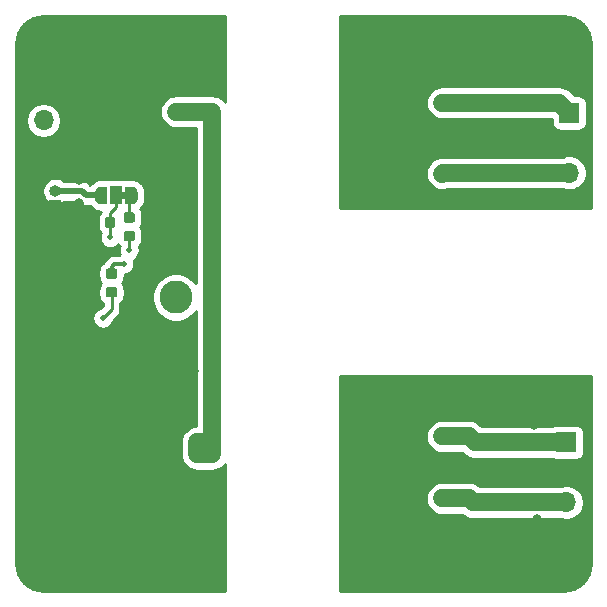
<source format=gbr>
G04 #@! TF.GenerationSoftware,KiCad,Pcbnew,5.1.5+dfsg1-2build2*
G04 #@! TF.CreationDate,2021-07-02T23:51:08+02:00*
G04 #@! TF.ProjectId,flyback_DCM,666c7962-6163-46b5-9f44-434d2e6b6963,rev?*
G04 #@! TF.SameCoordinates,Original*
G04 #@! TF.FileFunction,Copper,L4,Bot*
G04 #@! TF.FilePolarity,Positive*
%FSLAX46Y46*%
G04 Gerber Fmt 4.6, Leading zero omitted, Abs format (unit mm)*
G04 Created by KiCad (PCBNEW 5.1.5+dfsg1-2build2) date 2021-07-02 23:51:08*
%MOMM*%
%LPD*%
G04 APERTURE LIST*
%ADD10C,0.100000*%
%ADD11O,1.000000X1.000000*%
%ADD12R,1.000000X1.000000*%
%ADD13O,1.700000X1.700000*%
%ADD14R,1.700000X1.700000*%
%ADD15C,0.499999*%
%ADD16C,0.700000*%
%ADD17C,4.400000*%
%ADD18R,1.000000X1.500000*%
%ADD19C,2.800000*%
%ADD20C,0.800000*%
%ADD21C,0.500000*%
%ADD22C,0.250000*%
%ADD23C,1.500000*%
%ADD24C,0.500000*%
%ADD25C,0.300000*%
%ADD26C,0.254000*%
G04 APERTURE END LIST*
D10*
G36*
X130058000Y-95548000D02*
G01*
X129558000Y-95548000D01*
X129558000Y-96148000D01*
X130058000Y-96148000D01*
X130058000Y-95548000D01*
G37*
D11*
X124000000Y-95480000D03*
D12*
X124000000Y-96750000D03*
D13*
X123000000Y-89500000D03*
D14*
X123000000Y-92040000D03*
D15*
X127000000Y-100000000D03*
X127000000Y-102500000D03*
X126259999Y-101250000D03*
X127740001Y-101250000D03*
G04 #@! TA.AperFunction,SMDPad,CuDef*
D10*
G36*
X129027691Y-102026053D02*
G01*
X129048926Y-102029203D01*
X129069750Y-102034419D01*
X129089962Y-102041651D01*
X129109368Y-102050830D01*
X129127781Y-102061866D01*
X129145024Y-102074654D01*
X129160930Y-102089070D01*
X129175346Y-102104976D01*
X129188134Y-102122219D01*
X129199170Y-102140632D01*
X129208349Y-102160038D01*
X129215581Y-102180250D01*
X129220797Y-102201074D01*
X129223947Y-102222309D01*
X129225000Y-102243750D01*
X129225000Y-102681250D01*
X129223947Y-102702691D01*
X129220797Y-102723926D01*
X129215581Y-102744750D01*
X129208349Y-102764962D01*
X129199170Y-102784368D01*
X129188134Y-102802781D01*
X129175346Y-102820024D01*
X129160930Y-102835930D01*
X129145024Y-102850346D01*
X129127781Y-102863134D01*
X129109368Y-102874170D01*
X129089962Y-102883349D01*
X129069750Y-102890581D01*
X129048926Y-102895797D01*
X129027691Y-102898947D01*
X129006250Y-102900000D01*
X128493750Y-102900000D01*
X128472309Y-102898947D01*
X128451074Y-102895797D01*
X128430250Y-102890581D01*
X128410038Y-102883349D01*
X128390632Y-102874170D01*
X128372219Y-102863134D01*
X128354976Y-102850346D01*
X128339070Y-102835930D01*
X128324654Y-102820024D01*
X128311866Y-102802781D01*
X128300830Y-102784368D01*
X128291651Y-102764962D01*
X128284419Y-102744750D01*
X128279203Y-102723926D01*
X128276053Y-102702691D01*
X128275000Y-102681250D01*
X128275000Y-102243750D01*
X128276053Y-102222309D01*
X128279203Y-102201074D01*
X128284419Y-102180250D01*
X128291651Y-102160038D01*
X128300830Y-102140632D01*
X128311866Y-102122219D01*
X128324654Y-102104976D01*
X128339070Y-102089070D01*
X128354976Y-102074654D01*
X128372219Y-102061866D01*
X128390632Y-102050830D01*
X128410038Y-102041651D01*
X128430250Y-102034419D01*
X128451074Y-102029203D01*
X128472309Y-102026053D01*
X128493750Y-102025000D01*
X129006250Y-102025000D01*
X129027691Y-102026053D01*
G37*
G04 #@! TD.AperFunction*
G04 #@! TA.AperFunction,SMDPad,CuDef*
G36*
X129027691Y-103601053D02*
G01*
X129048926Y-103604203D01*
X129069750Y-103609419D01*
X129089962Y-103616651D01*
X129109368Y-103625830D01*
X129127781Y-103636866D01*
X129145024Y-103649654D01*
X129160930Y-103664070D01*
X129175346Y-103679976D01*
X129188134Y-103697219D01*
X129199170Y-103715632D01*
X129208349Y-103735038D01*
X129215581Y-103755250D01*
X129220797Y-103776074D01*
X129223947Y-103797309D01*
X129225000Y-103818750D01*
X129225000Y-104256250D01*
X129223947Y-104277691D01*
X129220797Y-104298926D01*
X129215581Y-104319750D01*
X129208349Y-104339962D01*
X129199170Y-104359368D01*
X129188134Y-104377781D01*
X129175346Y-104395024D01*
X129160930Y-104410930D01*
X129145024Y-104425346D01*
X129127781Y-104438134D01*
X129109368Y-104449170D01*
X129089962Y-104458349D01*
X129069750Y-104465581D01*
X129048926Y-104470797D01*
X129027691Y-104473947D01*
X129006250Y-104475000D01*
X128493750Y-104475000D01*
X128472309Y-104473947D01*
X128451074Y-104470797D01*
X128430250Y-104465581D01*
X128410038Y-104458349D01*
X128390632Y-104449170D01*
X128372219Y-104438134D01*
X128354976Y-104425346D01*
X128339070Y-104410930D01*
X128324654Y-104395024D01*
X128311866Y-104377781D01*
X128300830Y-104359368D01*
X128291651Y-104339962D01*
X128284419Y-104319750D01*
X128279203Y-104298926D01*
X128276053Y-104277691D01*
X128275000Y-104256250D01*
X128275000Y-103818750D01*
X128276053Y-103797309D01*
X128279203Y-103776074D01*
X128284419Y-103755250D01*
X128291651Y-103735038D01*
X128300830Y-103715632D01*
X128311866Y-103697219D01*
X128324654Y-103679976D01*
X128339070Y-103664070D01*
X128354976Y-103649654D01*
X128372219Y-103636866D01*
X128390632Y-103625830D01*
X128410038Y-103616651D01*
X128430250Y-103609419D01*
X128451074Y-103604203D01*
X128472309Y-103601053D01*
X128493750Y-103600000D01*
X129006250Y-103600000D01*
X129027691Y-103601053D01*
G37*
G04 #@! TD.AperFunction*
G04 #@! TA.AperFunction,SMDPad,CuDef*
G36*
X127310691Y-97660053D02*
G01*
X127331926Y-97663203D01*
X127352750Y-97668419D01*
X127372962Y-97675651D01*
X127392368Y-97684830D01*
X127410781Y-97695866D01*
X127428024Y-97708654D01*
X127443930Y-97723070D01*
X127458346Y-97738976D01*
X127471134Y-97756219D01*
X127482170Y-97774632D01*
X127491349Y-97794038D01*
X127498581Y-97814250D01*
X127503797Y-97835074D01*
X127506947Y-97856309D01*
X127508000Y-97877750D01*
X127508000Y-98390250D01*
X127506947Y-98411691D01*
X127503797Y-98432926D01*
X127498581Y-98453750D01*
X127491349Y-98473962D01*
X127482170Y-98493368D01*
X127471134Y-98511781D01*
X127458346Y-98529024D01*
X127443930Y-98544930D01*
X127428024Y-98559346D01*
X127410781Y-98572134D01*
X127392368Y-98583170D01*
X127372962Y-98592349D01*
X127352750Y-98599581D01*
X127331926Y-98604797D01*
X127310691Y-98607947D01*
X127289250Y-98609000D01*
X126851750Y-98609000D01*
X126830309Y-98607947D01*
X126809074Y-98604797D01*
X126788250Y-98599581D01*
X126768038Y-98592349D01*
X126748632Y-98583170D01*
X126730219Y-98572134D01*
X126712976Y-98559346D01*
X126697070Y-98544930D01*
X126682654Y-98529024D01*
X126669866Y-98511781D01*
X126658830Y-98493368D01*
X126649651Y-98473962D01*
X126642419Y-98453750D01*
X126637203Y-98432926D01*
X126634053Y-98411691D01*
X126633000Y-98390250D01*
X126633000Y-97877750D01*
X126634053Y-97856309D01*
X126637203Y-97835074D01*
X126642419Y-97814250D01*
X126649651Y-97794038D01*
X126658830Y-97774632D01*
X126669866Y-97756219D01*
X126682654Y-97738976D01*
X126697070Y-97723070D01*
X126712976Y-97708654D01*
X126730219Y-97695866D01*
X126748632Y-97684830D01*
X126768038Y-97675651D01*
X126788250Y-97668419D01*
X126809074Y-97663203D01*
X126830309Y-97660053D01*
X126851750Y-97659000D01*
X127289250Y-97659000D01*
X127310691Y-97660053D01*
G37*
G04 #@! TD.AperFunction*
G04 #@! TA.AperFunction,SMDPad,CuDef*
G36*
X128885691Y-97660053D02*
G01*
X128906926Y-97663203D01*
X128927750Y-97668419D01*
X128947962Y-97675651D01*
X128967368Y-97684830D01*
X128985781Y-97695866D01*
X129003024Y-97708654D01*
X129018930Y-97723070D01*
X129033346Y-97738976D01*
X129046134Y-97756219D01*
X129057170Y-97774632D01*
X129066349Y-97794038D01*
X129073581Y-97814250D01*
X129078797Y-97835074D01*
X129081947Y-97856309D01*
X129083000Y-97877750D01*
X129083000Y-98390250D01*
X129081947Y-98411691D01*
X129078797Y-98432926D01*
X129073581Y-98453750D01*
X129066349Y-98473962D01*
X129057170Y-98493368D01*
X129046134Y-98511781D01*
X129033346Y-98529024D01*
X129018930Y-98544930D01*
X129003024Y-98559346D01*
X128985781Y-98572134D01*
X128967368Y-98583170D01*
X128947962Y-98592349D01*
X128927750Y-98599581D01*
X128906926Y-98604797D01*
X128885691Y-98607947D01*
X128864250Y-98609000D01*
X128426750Y-98609000D01*
X128405309Y-98607947D01*
X128384074Y-98604797D01*
X128363250Y-98599581D01*
X128343038Y-98592349D01*
X128323632Y-98583170D01*
X128305219Y-98572134D01*
X128287976Y-98559346D01*
X128272070Y-98544930D01*
X128257654Y-98529024D01*
X128244866Y-98511781D01*
X128233830Y-98493368D01*
X128224651Y-98473962D01*
X128217419Y-98453750D01*
X128212203Y-98432926D01*
X128209053Y-98411691D01*
X128208000Y-98390250D01*
X128208000Y-97877750D01*
X128209053Y-97856309D01*
X128212203Y-97835074D01*
X128217419Y-97814250D01*
X128224651Y-97794038D01*
X128233830Y-97774632D01*
X128244866Y-97756219D01*
X128257654Y-97738976D01*
X128272070Y-97723070D01*
X128287976Y-97708654D01*
X128305219Y-97695866D01*
X128323632Y-97684830D01*
X128343038Y-97675651D01*
X128363250Y-97668419D01*
X128384074Y-97663203D01*
X128405309Y-97660053D01*
X128426750Y-97659000D01*
X128864250Y-97659000D01*
X128885691Y-97660053D01*
G37*
G04 #@! TD.AperFunction*
G04 #@! TA.AperFunction,SMDPad,CuDef*
G36*
X130527691Y-97276053D02*
G01*
X130548926Y-97279203D01*
X130569750Y-97284419D01*
X130589962Y-97291651D01*
X130609368Y-97300830D01*
X130627781Y-97311866D01*
X130645024Y-97324654D01*
X130660930Y-97339070D01*
X130675346Y-97354976D01*
X130688134Y-97372219D01*
X130699170Y-97390632D01*
X130708349Y-97410038D01*
X130715581Y-97430250D01*
X130720797Y-97451074D01*
X130723947Y-97472309D01*
X130725000Y-97493750D01*
X130725000Y-97931250D01*
X130723947Y-97952691D01*
X130720797Y-97973926D01*
X130715581Y-97994750D01*
X130708349Y-98014962D01*
X130699170Y-98034368D01*
X130688134Y-98052781D01*
X130675346Y-98070024D01*
X130660930Y-98085930D01*
X130645024Y-98100346D01*
X130627781Y-98113134D01*
X130609368Y-98124170D01*
X130589962Y-98133349D01*
X130569750Y-98140581D01*
X130548926Y-98145797D01*
X130527691Y-98148947D01*
X130506250Y-98150000D01*
X129993750Y-98150000D01*
X129972309Y-98148947D01*
X129951074Y-98145797D01*
X129930250Y-98140581D01*
X129910038Y-98133349D01*
X129890632Y-98124170D01*
X129872219Y-98113134D01*
X129854976Y-98100346D01*
X129839070Y-98085930D01*
X129824654Y-98070024D01*
X129811866Y-98052781D01*
X129800830Y-98034368D01*
X129791651Y-98014962D01*
X129784419Y-97994750D01*
X129779203Y-97973926D01*
X129776053Y-97952691D01*
X129775000Y-97931250D01*
X129775000Y-97493750D01*
X129776053Y-97472309D01*
X129779203Y-97451074D01*
X129784419Y-97430250D01*
X129791651Y-97410038D01*
X129800830Y-97390632D01*
X129811866Y-97372219D01*
X129824654Y-97354976D01*
X129839070Y-97339070D01*
X129854976Y-97324654D01*
X129872219Y-97311866D01*
X129890632Y-97300830D01*
X129910038Y-97291651D01*
X129930250Y-97284419D01*
X129951074Y-97279203D01*
X129972309Y-97276053D01*
X129993750Y-97275000D01*
X130506250Y-97275000D01*
X130527691Y-97276053D01*
G37*
G04 #@! TD.AperFunction*
G04 #@! TA.AperFunction,SMDPad,CuDef*
G36*
X130527691Y-98851053D02*
G01*
X130548926Y-98854203D01*
X130569750Y-98859419D01*
X130589962Y-98866651D01*
X130609368Y-98875830D01*
X130627781Y-98886866D01*
X130645024Y-98899654D01*
X130660930Y-98914070D01*
X130675346Y-98929976D01*
X130688134Y-98947219D01*
X130699170Y-98965632D01*
X130708349Y-98985038D01*
X130715581Y-99005250D01*
X130720797Y-99026074D01*
X130723947Y-99047309D01*
X130725000Y-99068750D01*
X130725000Y-99506250D01*
X130723947Y-99527691D01*
X130720797Y-99548926D01*
X130715581Y-99569750D01*
X130708349Y-99589962D01*
X130699170Y-99609368D01*
X130688134Y-99627781D01*
X130675346Y-99645024D01*
X130660930Y-99660930D01*
X130645024Y-99675346D01*
X130627781Y-99688134D01*
X130609368Y-99699170D01*
X130589962Y-99708349D01*
X130569750Y-99715581D01*
X130548926Y-99720797D01*
X130527691Y-99723947D01*
X130506250Y-99725000D01*
X129993750Y-99725000D01*
X129972309Y-99723947D01*
X129951074Y-99720797D01*
X129930250Y-99715581D01*
X129910038Y-99708349D01*
X129890632Y-99699170D01*
X129872219Y-99688134D01*
X129854976Y-99675346D01*
X129839070Y-99660930D01*
X129824654Y-99645024D01*
X129811866Y-99627781D01*
X129800830Y-99609368D01*
X129791651Y-99589962D01*
X129784419Y-99569750D01*
X129779203Y-99548926D01*
X129776053Y-99527691D01*
X129775000Y-99506250D01*
X129775000Y-99068750D01*
X129776053Y-99047309D01*
X129779203Y-99026074D01*
X129784419Y-99005250D01*
X129791651Y-98985038D01*
X129800830Y-98965632D01*
X129811866Y-98947219D01*
X129824654Y-98929976D01*
X129839070Y-98914070D01*
X129854976Y-98899654D01*
X129872219Y-98886866D01*
X129890632Y-98875830D01*
X129910038Y-98866651D01*
X129930250Y-98859419D01*
X129951074Y-98854203D01*
X129972309Y-98851053D01*
X129993750Y-98850000D01*
X130506250Y-98850000D01*
X130527691Y-98851053D01*
G37*
G04 #@! TD.AperFunction*
D16*
X124166726Y-81833274D03*
X123000000Y-81350000D03*
X121833274Y-81833274D03*
X121350000Y-83000000D03*
X121833274Y-84166726D03*
X123000000Y-84650000D03*
X124166726Y-84166726D03*
X124650000Y-83000000D03*
D17*
X123000000Y-83000000D03*
D16*
X168166726Y-81833274D03*
X167000000Y-81350000D03*
X165833274Y-81833274D03*
X165350000Y-83000000D03*
X165833274Y-84166726D03*
X167000000Y-84650000D03*
X168166726Y-84166726D03*
X168650000Y-83000000D03*
D17*
X167000000Y-83000000D03*
D16*
X124166726Y-125833274D03*
X123000000Y-125350000D03*
X121833274Y-125833274D03*
X121350000Y-127000000D03*
X121833274Y-128166726D03*
X123000000Y-128650000D03*
X124166726Y-128166726D03*
X124650000Y-127000000D03*
D17*
X123000000Y-127000000D03*
D16*
X168166726Y-125833274D03*
X167000000Y-125350000D03*
X165833274Y-125833274D03*
X165350000Y-127000000D03*
X165833274Y-128166726D03*
X167000000Y-128650000D03*
X168166726Y-128166726D03*
X168650000Y-127000000D03*
D17*
X167000000Y-127000000D03*
D13*
X167500000Y-93940000D03*
X167500000Y-91400000D03*
D14*
X167500000Y-88860000D03*
X167250000Y-116760000D03*
D13*
X167250000Y-119300000D03*
X167250000Y-121840000D03*
G04 #@! TA.AperFunction,SMDPad,CuDef*
D10*
G36*
X127858000Y-96597398D02*
G01*
X127833466Y-96597398D01*
X127784635Y-96592588D01*
X127736510Y-96583016D01*
X127689555Y-96568772D01*
X127644222Y-96549995D01*
X127600949Y-96526864D01*
X127560150Y-96499604D01*
X127522221Y-96468476D01*
X127487524Y-96433779D01*
X127456396Y-96395850D01*
X127429136Y-96355051D01*
X127406005Y-96311778D01*
X127387228Y-96266445D01*
X127372984Y-96219490D01*
X127363412Y-96171365D01*
X127358602Y-96122534D01*
X127358602Y-96098000D01*
X127358000Y-96098000D01*
X127358000Y-95598000D01*
X127358602Y-95598000D01*
X127358602Y-95573466D01*
X127363412Y-95524635D01*
X127372984Y-95476510D01*
X127387228Y-95429555D01*
X127406005Y-95384222D01*
X127429136Y-95340949D01*
X127456396Y-95300150D01*
X127487524Y-95262221D01*
X127522221Y-95227524D01*
X127560150Y-95196396D01*
X127600949Y-95169136D01*
X127644222Y-95146005D01*
X127689555Y-95127228D01*
X127736510Y-95112984D01*
X127784635Y-95103412D01*
X127833466Y-95098602D01*
X127858000Y-95098602D01*
X127858000Y-95098000D01*
X128408000Y-95098000D01*
X128408000Y-96598000D01*
X127858000Y-96598000D01*
X127858000Y-96597398D01*
G37*
G04 #@! TD.AperFunction*
D18*
X129158000Y-95848000D03*
G04 #@! TA.AperFunction,SMDPad,CuDef*
D10*
G36*
X129908000Y-95098000D02*
G01*
X130458000Y-95098000D01*
X130458000Y-95098602D01*
X130482534Y-95098602D01*
X130531365Y-95103412D01*
X130579490Y-95112984D01*
X130626445Y-95127228D01*
X130671778Y-95146005D01*
X130715051Y-95169136D01*
X130755850Y-95196396D01*
X130793779Y-95227524D01*
X130828476Y-95262221D01*
X130859604Y-95300150D01*
X130886864Y-95340949D01*
X130909995Y-95384222D01*
X130928772Y-95429555D01*
X130943016Y-95476510D01*
X130952588Y-95524635D01*
X130957398Y-95573466D01*
X130957398Y-95598000D01*
X130958000Y-95598000D01*
X130958000Y-96098000D01*
X130957398Y-96098000D01*
X130957398Y-96122534D01*
X130952588Y-96171365D01*
X130943016Y-96219490D01*
X130928772Y-96266445D01*
X130909995Y-96311778D01*
X130886864Y-96355051D01*
X130859604Y-96395850D01*
X130828476Y-96433779D01*
X130793779Y-96468476D01*
X130755850Y-96499604D01*
X130715051Y-96526864D01*
X130671778Y-96549995D01*
X130626445Y-96568772D01*
X130579490Y-96583016D01*
X130531365Y-96592588D01*
X130482534Y-96597398D01*
X130458000Y-96597398D01*
X130458000Y-96598000D01*
X129908000Y-96598000D01*
X129908000Y-95098000D01*
G37*
G04 #@! TD.AperFunction*
D19*
X134208000Y-104484000D03*
D20*
X137250000Y-117750000D03*
D21*
X130250000Y-100500000D03*
D20*
X137250000Y-88750000D03*
X136250000Y-88750000D03*
X135250000Y-88750000D03*
X134250000Y-88750000D03*
X137250000Y-116750000D03*
X136000000Y-116750000D03*
X136000000Y-117750000D03*
X126000000Y-96500000D03*
X126000000Y-97750000D03*
X125000000Y-103500000D03*
X126250000Y-103500000D03*
X127500000Y-103500000D03*
X123250000Y-105250000D03*
X121250000Y-97250000D03*
X126000000Y-99000000D03*
X126000000Y-94500000D03*
X125500000Y-93250000D03*
X125000000Y-92000000D03*
X136250000Y-82750000D03*
X134500000Y-84250000D03*
X135750000Y-110750000D03*
X134750000Y-110750000D03*
X134750000Y-111750000D03*
X134750000Y-112750000D03*
X156750000Y-94000000D03*
X159000000Y-94000000D03*
X156750000Y-88000000D03*
X159250000Y-88000000D03*
X156750000Y-116250000D03*
X159000000Y-116250000D03*
X156750000Y-121500000D03*
X159000000Y-121500000D03*
X164750000Y-86000000D03*
X163750000Y-96000000D03*
X165000000Y-96000000D03*
X164500000Y-90000000D03*
X164500000Y-113750000D03*
X164500000Y-115250000D03*
X164750000Y-123250000D03*
D21*
X128620000Y-99404000D03*
X128000000Y-106250000D03*
X129800000Y-101650000D03*
D22*
X130250000Y-100500000D02*
X130250000Y-99287500D01*
D23*
X137250000Y-88750000D02*
X137250000Y-116750000D01*
X134250000Y-88750000D02*
X137250000Y-88750000D01*
X136000000Y-117750000D02*
X137250000Y-117750000D01*
X137250000Y-117750000D02*
X137250000Y-116750000D01*
X136000000Y-117750000D02*
X136000000Y-116750000D01*
X136000000Y-116750000D02*
X137250000Y-116750000D01*
X156810000Y-93940000D02*
X156750000Y-94000000D01*
X167500000Y-93940000D02*
X156810000Y-93940000D01*
X166640000Y-88000000D02*
X167500000Y-88860000D01*
X156750000Y-88000000D02*
X166640000Y-88000000D01*
X159510000Y-116760000D02*
X159000000Y-116250000D01*
X167250000Y-116760000D02*
X159510000Y-116760000D01*
X156750000Y-116250000D02*
X159000000Y-116250000D01*
X156750000Y-121500000D02*
X159000000Y-121500000D01*
X159340000Y-121840000D02*
X159000000Y-121500000D01*
X167250000Y-121840000D02*
X159340000Y-121840000D01*
D24*
X124750000Y-95480000D02*
X126230000Y-95480000D01*
X126598000Y-95848000D02*
X127858000Y-95848000D01*
X126230000Y-95480000D02*
X126598000Y-95848000D01*
X124750000Y-95480000D02*
X124000000Y-95480000D01*
D22*
X128620000Y-98159500D02*
X128645500Y-98134000D01*
X128620000Y-99404000D02*
X128620000Y-98159500D01*
X128645500Y-97360500D02*
X128645500Y-98134000D01*
X129158000Y-96848000D02*
X128645500Y-97360500D01*
X129158000Y-95848000D02*
X129158000Y-96848000D01*
X128750000Y-105500000D02*
X128000000Y-106250000D01*
X128750000Y-104037500D02*
X128750000Y-105500000D01*
D25*
X129800000Y-101650000D02*
X129000000Y-101650000D01*
X128750000Y-101900000D02*
X128750000Y-102462500D01*
X129000000Y-101650000D02*
X128750000Y-101900000D01*
D22*
X130250000Y-96056000D02*
X130458000Y-95848000D01*
X130250000Y-97712500D02*
X130250000Y-96056000D01*
D26*
G36*
X138373000Y-87935192D02*
G01*
X138234081Y-87765919D01*
X138023188Y-87592843D01*
X137782581Y-87464236D01*
X137521507Y-87385040D01*
X137318037Y-87365000D01*
X137318036Y-87365000D01*
X137250000Y-87358299D01*
X137181963Y-87365000D01*
X134181963Y-87365000D01*
X133978493Y-87385040D01*
X133717419Y-87464236D01*
X133476812Y-87592843D01*
X133265919Y-87765919D01*
X133092843Y-87976812D01*
X132964236Y-88217419D01*
X132885040Y-88478493D01*
X132858299Y-88750000D01*
X132885040Y-89021507D01*
X132964236Y-89282581D01*
X133092843Y-89523188D01*
X133265919Y-89734081D01*
X133476812Y-89907157D01*
X133717419Y-90035764D01*
X133978493Y-90114960D01*
X134181963Y-90135000D01*
X135865000Y-90135000D01*
X135865001Y-103300974D01*
X135788687Y-103186763D01*
X135505237Y-102903313D01*
X135171934Y-102680607D01*
X134801587Y-102527204D01*
X134408430Y-102449000D01*
X134007570Y-102449000D01*
X133614413Y-102527204D01*
X133244066Y-102680607D01*
X132910763Y-102903313D01*
X132627313Y-103186763D01*
X132404607Y-103520066D01*
X132251204Y-103890413D01*
X132173000Y-104283570D01*
X132173000Y-104684430D01*
X132251204Y-105077587D01*
X132404607Y-105447934D01*
X132627313Y-105781237D01*
X132910763Y-106064687D01*
X133244066Y-106287393D01*
X133614413Y-106440796D01*
X134007570Y-106519000D01*
X134408430Y-106519000D01*
X134801587Y-106440796D01*
X135171934Y-106287393D01*
X135505237Y-106064687D01*
X135788687Y-105781237D01*
X135865001Y-105667026D01*
X135865001Y-115371595D01*
X135728493Y-115385040D01*
X135467419Y-115464236D01*
X135226812Y-115592843D01*
X135015919Y-115765919D01*
X134842843Y-115976812D01*
X134714236Y-116217419D01*
X134635040Y-116478493D01*
X134608299Y-116750000D01*
X134615000Y-116818037D01*
X134615000Y-117681963D01*
X134608299Y-117750000D01*
X134635040Y-118021507D01*
X134714236Y-118282581D01*
X134842843Y-118523188D01*
X135015919Y-118734081D01*
X135226812Y-118907157D01*
X135467419Y-119035764D01*
X135728493Y-119114960D01*
X136000000Y-119141701D01*
X136068036Y-119135000D01*
X137181963Y-119135000D01*
X137250000Y-119141701D01*
X137318036Y-119135000D01*
X137318037Y-119135000D01*
X137521507Y-119114960D01*
X137782581Y-119035764D01*
X138023188Y-118907157D01*
X138234081Y-118734081D01*
X138373000Y-118564808D01*
X138373000Y-129340000D01*
X123032279Y-129340000D01*
X122546106Y-129292330D01*
X122109503Y-129160512D01*
X121706814Y-128946399D01*
X121353387Y-128658150D01*
X121062673Y-128306739D01*
X120845760Y-127905564D01*
X120710894Y-127469886D01*
X120660000Y-126985664D01*
X120660000Y-95368212D01*
X122865000Y-95368212D01*
X122865000Y-95591788D01*
X122908617Y-95811067D01*
X122994176Y-96017624D01*
X123118388Y-96203520D01*
X123276480Y-96361612D01*
X123462376Y-96485824D01*
X123668933Y-96571383D01*
X123888212Y-96615000D01*
X124111788Y-96615000D01*
X124331067Y-96571383D01*
X124537624Y-96485824D01*
X124718450Y-96365000D01*
X125863422Y-96365000D01*
X125941466Y-96443044D01*
X125969183Y-96476817D01*
X126103941Y-96587411D01*
X126180814Y-96628500D01*
X126257686Y-96669589D01*
X126424510Y-96720195D01*
X126554523Y-96733000D01*
X126554531Y-96733000D01*
X126598000Y-96737281D01*
X126641469Y-96733000D01*
X126916442Y-96733000D01*
X126940958Y-96769691D01*
X127020310Y-96866382D01*
X127089618Y-96935690D01*
X127186309Y-97015042D01*
X127267808Y-97069498D01*
X127378125Y-97128464D01*
X127468681Y-97165973D01*
X127588377Y-97202282D01*
X127684510Y-97221404D01*
X127808991Y-97233664D01*
X127833550Y-97233664D01*
X127858000Y-97236072D01*
X127864524Y-97236072D01*
X127820885Y-97271885D01*
X127714329Y-97401725D01*
X127635150Y-97549858D01*
X127586392Y-97710592D01*
X127569928Y-97877750D01*
X127569928Y-98390250D01*
X127586392Y-98557408D01*
X127635150Y-98718142D01*
X127714329Y-98866275D01*
X127820885Y-98996115D01*
X127828459Y-99002331D01*
X127769010Y-99145855D01*
X127735000Y-99316835D01*
X127735000Y-99491165D01*
X127769010Y-99662145D01*
X127835723Y-99823205D01*
X127932576Y-99968155D01*
X128055845Y-100091424D01*
X128200795Y-100188277D01*
X128361855Y-100254990D01*
X128532835Y-100289000D01*
X128707165Y-100289000D01*
X128878145Y-100254990D01*
X129039205Y-100188277D01*
X129184155Y-100091424D01*
X129286727Y-99988852D01*
X129387885Y-100112115D01*
X129436294Y-100151843D01*
X129399010Y-100241855D01*
X129365000Y-100412835D01*
X129365000Y-100587165D01*
X129399010Y-100758145D01*
X129434377Y-100843529D01*
X129382540Y-100865000D01*
X129038552Y-100865000D01*
X128999999Y-100861203D01*
X128961446Y-100865000D01*
X128961439Y-100865000D01*
X128860490Y-100874943D01*
X128846112Y-100876359D01*
X128818175Y-100884834D01*
X128698140Y-100921246D01*
X128561767Y-100994138D01*
X128442236Y-101092236D01*
X128417653Y-101122190D01*
X128222190Y-101317653D01*
X128192236Y-101342236D01*
X128094138Y-101461768D01*
X128072649Y-101501971D01*
X128017725Y-101531329D01*
X127887885Y-101637885D01*
X127781329Y-101767725D01*
X127702150Y-101915858D01*
X127653392Y-102076592D01*
X127636928Y-102243750D01*
X127636928Y-102681250D01*
X127653392Y-102848408D01*
X127702150Y-103009142D01*
X127781329Y-103157275D01*
X127857426Y-103250000D01*
X127781329Y-103342725D01*
X127702150Y-103490858D01*
X127653392Y-103651592D01*
X127636928Y-103818750D01*
X127636928Y-104256250D01*
X127653392Y-104423408D01*
X127702150Y-104584142D01*
X127781329Y-104732275D01*
X127887885Y-104862115D01*
X127990001Y-104945918D01*
X127990001Y-105185198D01*
X127784714Y-105390485D01*
X127741855Y-105399010D01*
X127580795Y-105465723D01*
X127435845Y-105562576D01*
X127312576Y-105685845D01*
X127215723Y-105830795D01*
X127149010Y-105991855D01*
X127115000Y-106162835D01*
X127115000Y-106337165D01*
X127149010Y-106508145D01*
X127215723Y-106669205D01*
X127312576Y-106814155D01*
X127435845Y-106937424D01*
X127580795Y-107034277D01*
X127741855Y-107100990D01*
X127912835Y-107135000D01*
X128087165Y-107135000D01*
X128258145Y-107100990D01*
X128419205Y-107034277D01*
X128564155Y-106937424D01*
X128687424Y-106814155D01*
X128784277Y-106669205D01*
X128850990Y-106508145D01*
X128859515Y-106465286D01*
X129261002Y-106063799D01*
X129290001Y-106040001D01*
X129384974Y-105924276D01*
X129455546Y-105792247D01*
X129499003Y-105648986D01*
X129510000Y-105537333D01*
X129510000Y-105537324D01*
X129513676Y-105500001D01*
X129510000Y-105462678D01*
X129510000Y-104945918D01*
X129612115Y-104862115D01*
X129718671Y-104732275D01*
X129797850Y-104584142D01*
X129846608Y-104423408D01*
X129863072Y-104256250D01*
X129863072Y-103818750D01*
X129846608Y-103651592D01*
X129797850Y-103490858D01*
X129718671Y-103342725D01*
X129642574Y-103250000D01*
X129718671Y-103157275D01*
X129797850Y-103009142D01*
X129846608Y-102848408D01*
X129863072Y-102681250D01*
X129863072Y-102535000D01*
X129887165Y-102535000D01*
X130058145Y-102500990D01*
X130219205Y-102434277D01*
X130364155Y-102337424D01*
X130487424Y-102214155D01*
X130584277Y-102069205D01*
X130650990Y-101908145D01*
X130685000Y-101737165D01*
X130685000Y-101562835D01*
X130650990Y-101391855D01*
X130615623Y-101306471D01*
X130669205Y-101284277D01*
X130814155Y-101187424D01*
X130937424Y-101064155D01*
X131034277Y-100919205D01*
X131100990Y-100758145D01*
X131135000Y-100587165D01*
X131135000Y-100412835D01*
X131100990Y-100241855D01*
X131063706Y-100151843D01*
X131112115Y-100112115D01*
X131218671Y-99982275D01*
X131297850Y-99834142D01*
X131346608Y-99673408D01*
X131363072Y-99506250D01*
X131363072Y-99068750D01*
X131346608Y-98901592D01*
X131297850Y-98740858D01*
X131218671Y-98592725D01*
X131142574Y-98500000D01*
X131218671Y-98407275D01*
X131297850Y-98259142D01*
X131346608Y-98098408D01*
X131363072Y-97931250D01*
X131363072Y-97493750D01*
X131346608Y-97326592D01*
X131297850Y-97165858D01*
X131218671Y-97017725D01*
X131181545Y-96972487D01*
X131226382Y-96935690D01*
X131295690Y-96866382D01*
X131375042Y-96769691D01*
X131429498Y-96688192D01*
X131488464Y-96577875D01*
X131525973Y-96487319D01*
X131562282Y-96367623D01*
X131581404Y-96271490D01*
X131593664Y-96147009D01*
X131593664Y-96122450D01*
X131596072Y-96098000D01*
X131596072Y-95598000D01*
X131593664Y-95573550D01*
X131593664Y-95548991D01*
X131581404Y-95424510D01*
X131562282Y-95328377D01*
X131525973Y-95208681D01*
X131488464Y-95118125D01*
X131429498Y-95007808D01*
X131375042Y-94926309D01*
X131295690Y-94829618D01*
X131226382Y-94760310D01*
X131129691Y-94680958D01*
X131048192Y-94626502D01*
X130937875Y-94567536D01*
X130847319Y-94530027D01*
X130727623Y-94493718D01*
X130631490Y-94474596D01*
X130507009Y-94462336D01*
X130482450Y-94462336D01*
X130458000Y-94459928D01*
X129908000Y-94459928D01*
X129783518Y-94472188D01*
X129783000Y-94472345D01*
X129782482Y-94472188D01*
X129658000Y-94459928D01*
X128658000Y-94459928D01*
X128533518Y-94472188D01*
X128533000Y-94472345D01*
X128532482Y-94472188D01*
X128408000Y-94459928D01*
X127858000Y-94459928D01*
X127833550Y-94462336D01*
X127808991Y-94462336D01*
X127684510Y-94474596D01*
X127588377Y-94493718D01*
X127468681Y-94530027D01*
X127378125Y-94567536D01*
X127267808Y-94626502D01*
X127186309Y-94680958D01*
X127089618Y-94760310D01*
X127020310Y-94829618D01*
X126940958Y-94926309D01*
X126935722Y-94934144D01*
X126886534Y-94884956D01*
X126858817Y-94851183D01*
X126724059Y-94740589D01*
X126570313Y-94658411D01*
X126403490Y-94607805D01*
X126273477Y-94595000D01*
X126273469Y-94595000D01*
X126230000Y-94590719D01*
X126186531Y-94595000D01*
X124718450Y-94595000D01*
X124537624Y-94474176D01*
X124331067Y-94388617D01*
X124111788Y-94345000D01*
X123888212Y-94345000D01*
X123668933Y-94388617D01*
X123462376Y-94474176D01*
X123276480Y-94598388D01*
X123118388Y-94756480D01*
X122994176Y-94942376D01*
X122908617Y-95148933D01*
X122865000Y-95368212D01*
X120660000Y-95368212D01*
X120660000Y-89353740D01*
X121515000Y-89353740D01*
X121515000Y-89646260D01*
X121572068Y-89933158D01*
X121684010Y-90203411D01*
X121846525Y-90446632D01*
X122053368Y-90653475D01*
X122296589Y-90815990D01*
X122566842Y-90927932D01*
X122853740Y-90985000D01*
X123146260Y-90985000D01*
X123433158Y-90927932D01*
X123703411Y-90815990D01*
X123946632Y-90653475D01*
X124153475Y-90446632D01*
X124315990Y-90203411D01*
X124427932Y-89933158D01*
X124485000Y-89646260D01*
X124485000Y-89353740D01*
X124427932Y-89066842D01*
X124315990Y-88796589D01*
X124153475Y-88553368D01*
X123946632Y-88346525D01*
X123703411Y-88184010D01*
X123433158Y-88072068D01*
X123146260Y-88015000D01*
X122853740Y-88015000D01*
X122566842Y-88072068D01*
X122296589Y-88184010D01*
X122053368Y-88346525D01*
X121846525Y-88553368D01*
X121684010Y-88796589D01*
X121572068Y-89066842D01*
X121515000Y-89353740D01*
X120660000Y-89353740D01*
X120660000Y-83032279D01*
X120707670Y-82546107D01*
X120839489Y-82109502D01*
X121053600Y-81706815D01*
X121341848Y-81353388D01*
X121693261Y-81062673D01*
X122094439Y-80845758D01*
X122530113Y-80710894D01*
X123014344Y-80660000D01*
X138373000Y-80660000D01*
X138373000Y-87935192D01*
G37*
X138373000Y-87935192D02*
X138234081Y-87765919D01*
X138023188Y-87592843D01*
X137782581Y-87464236D01*
X137521507Y-87385040D01*
X137318037Y-87365000D01*
X137318036Y-87365000D01*
X137250000Y-87358299D01*
X137181963Y-87365000D01*
X134181963Y-87365000D01*
X133978493Y-87385040D01*
X133717419Y-87464236D01*
X133476812Y-87592843D01*
X133265919Y-87765919D01*
X133092843Y-87976812D01*
X132964236Y-88217419D01*
X132885040Y-88478493D01*
X132858299Y-88750000D01*
X132885040Y-89021507D01*
X132964236Y-89282581D01*
X133092843Y-89523188D01*
X133265919Y-89734081D01*
X133476812Y-89907157D01*
X133717419Y-90035764D01*
X133978493Y-90114960D01*
X134181963Y-90135000D01*
X135865000Y-90135000D01*
X135865001Y-103300974D01*
X135788687Y-103186763D01*
X135505237Y-102903313D01*
X135171934Y-102680607D01*
X134801587Y-102527204D01*
X134408430Y-102449000D01*
X134007570Y-102449000D01*
X133614413Y-102527204D01*
X133244066Y-102680607D01*
X132910763Y-102903313D01*
X132627313Y-103186763D01*
X132404607Y-103520066D01*
X132251204Y-103890413D01*
X132173000Y-104283570D01*
X132173000Y-104684430D01*
X132251204Y-105077587D01*
X132404607Y-105447934D01*
X132627313Y-105781237D01*
X132910763Y-106064687D01*
X133244066Y-106287393D01*
X133614413Y-106440796D01*
X134007570Y-106519000D01*
X134408430Y-106519000D01*
X134801587Y-106440796D01*
X135171934Y-106287393D01*
X135505237Y-106064687D01*
X135788687Y-105781237D01*
X135865001Y-105667026D01*
X135865001Y-115371595D01*
X135728493Y-115385040D01*
X135467419Y-115464236D01*
X135226812Y-115592843D01*
X135015919Y-115765919D01*
X134842843Y-115976812D01*
X134714236Y-116217419D01*
X134635040Y-116478493D01*
X134608299Y-116750000D01*
X134615000Y-116818037D01*
X134615000Y-117681963D01*
X134608299Y-117750000D01*
X134635040Y-118021507D01*
X134714236Y-118282581D01*
X134842843Y-118523188D01*
X135015919Y-118734081D01*
X135226812Y-118907157D01*
X135467419Y-119035764D01*
X135728493Y-119114960D01*
X136000000Y-119141701D01*
X136068036Y-119135000D01*
X137181963Y-119135000D01*
X137250000Y-119141701D01*
X137318036Y-119135000D01*
X137318037Y-119135000D01*
X137521507Y-119114960D01*
X137782581Y-119035764D01*
X138023188Y-118907157D01*
X138234081Y-118734081D01*
X138373000Y-118564808D01*
X138373000Y-129340000D01*
X123032279Y-129340000D01*
X122546106Y-129292330D01*
X122109503Y-129160512D01*
X121706814Y-128946399D01*
X121353387Y-128658150D01*
X121062673Y-128306739D01*
X120845760Y-127905564D01*
X120710894Y-127469886D01*
X120660000Y-126985664D01*
X120660000Y-95368212D01*
X122865000Y-95368212D01*
X122865000Y-95591788D01*
X122908617Y-95811067D01*
X122994176Y-96017624D01*
X123118388Y-96203520D01*
X123276480Y-96361612D01*
X123462376Y-96485824D01*
X123668933Y-96571383D01*
X123888212Y-96615000D01*
X124111788Y-96615000D01*
X124331067Y-96571383D01*
X124537624Y-96485824D01*
X124718450Y-96365000D01*
X125863422Y-96365000D01*
X125941466Y-96443044D01*
X125969183Y-96476817D01*
X126103941Y-96587411D01*
X126180814Y-96628500D01*
X126257686Y-96669589D01*
X126424510Y-96720195D01*
X126554523Y-96733000D01*
X126554531Y-96733000D01*
X126598000Y-96737281D01*
X126641469Y-96733000D01*
X126916442Y-96733000D01*
X126940958Y-96769691D01*
X127020310Y-96866382D01*
X127089618Y-96935690D01*
X127186309Y-97015042D01*
X127267808Y-97069498D01*
X127378125Y-97128464D01*
X127468681Y-97165973D01*
X127588377Y-97202282D01*
X127684510Y-97221404D01*
X127808991Y-97233664D01*
X127833550Y-97233664D01*
X127858000Y-97236072D01*
X127864524Y-97236072D01*
X127820885Y-97271885D01*
X127714329Y-97401725D01*
X127635150Y-97549858D01*
X127586392Y-97710592D01*
X127569928Y-97877750D01*
X127569928Y-98390250D01*
X127586392Y-98557408D01*
X127635150Y-98718142D01*
X127714329Y-98866275D01*
X127820885Y-98996115D01*
X127828459Y-99002331D01*
X127769010Y-99145855D01*
X127735000Y-99316835D01*
X127735000Y-99491165D01*
X127769010Y-99662145D01*
X127835723Y-99823205D01*
X127932576Y-99968155D01*
X128055845Y-100091424D01*
X128200795Y-100188277D01*
X128361855Y-100254990D01*
X128532835Y-100289000D01*
X128707165Y-100289000D01*
X128878145Y-100254990D01*
X129039205Y-100188277D01*
X129184155Y-100091424D01*
X129286727Y-99988852D01*
X129387885Y-100112115D01*
X129436294Y-100151843D01*
X129399010Y-100241855D01*
X129365000Y-100412835D01*
X129365000Y-100587165D01*
X129399010Y-100758145D01*
X129434377Y-100843529D01*
X129382540Y-100865000D01*
X129038552Y-100865000D01*
X128999999Y-100861203D01*
X128961446Y-100865000D01*
X128961439Y-100865000D01*
X128860490Y-100874943D01*
X128846112Y-100876359D01*
X128818175Y-100884834D01*
X128698140Y-100921246D01*
X128561767Y-100994138D01*
X128442236Y-101092236D01*
X128417653Y-101122190D01*
X128222190Y-101317653D01*
X128192236Y-101342236D01*
X128094138Y-101461768D01*
X128072649Y-101501971D01*
X128017725Y-101531329D01*
X127887885Y-101637885D01*
X127781329Y-101767725D01*
X127702150Y-101915858D01*
X127653392Y-102076592D01*
X127636928Y-102243750D01*
X127636928Y-102681250D01*
X127653392Y-102848408D01*
X127702150Y-103009142D01*
X127781329Y-103157275D01*
X127857426Y-103250000D01*
X127781329Y-103342725D01*
X127702150Y-103490858D01*
X127653392Y-103651592D01*
X127636928Y-103818750D01*
X127636928Y-104256250D01*
X127653392Y-104423408D01*
X127702150Y-104584142D01*
X127781329Y-104732275D01*
X127887885Y-104862115D01*
X127990001Y-104945918D01*
X127990001Y-105185198D01*
X127784714Y-105390485D01*
X127741855Y-105399010D01*
X127580795Y-105465723D01*
X127435845Y-105562576D01*
X127312576Y-105685845D01*
X127215723Y-105830795D01*
X127149010Y-105991855D01*
X127115000Y-106162835D01*
X127115000Y-106337165D01*
X127149010Y-106508145D01*
X127215723Y-106669205D01*
X127312576Y-106814155D01*
X127435845Y-106937424D01*
X127580795Y-107034277D01*
X127741855Y-107100990D01*
X127912835Y-107135000D01*
X128087165Y-107135000D01*
X128258145Y-107100990D01*
X128419205Y-107034277D01*
X128564155Y-106937424D01*
X128687424Y-106814155D01*
X128784277Y-106669205D01*
X128850990Y-106508145D01*
X128859515Y-106465286D01*
X129261002Y-106063799D01*
X129290001Y-106040001D01*
X129384974Y-105924276D01*
X129455546Y-105792247D01*
X129499003Y-105648986D01*
X129510000Y-105537333D01*
X129510000Y-105537324D01*
X129513676Y-105500001D01*
X129510000Y-105462678D01*
X129510000Y-104945918D01*
X129612115Y-104862115D01*
X129718671Y-104732275D01*
X129797850Y-104584142D01*
X129846608Y-104423408D01*
X129863072Y-104256250D01*
X129863072Y-103818750D01*
X129846608Y-103651592D01*
X129797850Y-103490858D01*
X129718671Y-103342725D01*
X129642574Y-103250000D01*
X129718671Y-103157275D01*
X129797850Y-103009142D01*
X129846608Y-102848408D01*
X129863072Y-102681250D01*
X129863072Y-102535000D01*
X129887165Y-102535000D01*
X130058145Y-102500990D01*
X130219205Y-102434277D01*
X130364155Y-102337424D01*
X130487424Y-102214155D01*
X130584277Y-102069205D01*
X130650990Y-101908145D01*
X130685000Y-101737165D01*
X130685000Y-101562835D01*
X130650990Y-101391855D01*
X130615623Y-101306471D01*
X130669205Y-101284277D01*
X130814155Y-101187424D01*
X130937424Y-101064155D01*
X131034277Y-100919205D01*
X131100990Y-100758145D01*
X131135000Y-100587165D01*
X131135000Y-100412835D01*
X131100990Y-100241855D01*
X131063706Y-100151843D01*
X131112115Y-100112115D01*
X131218671Y-99982275D01*
X131297850Y-99834142D01*
X131346608Y-99673408D01*
X131363072Y-99506250D01*
X131363072Y-99068750D01*
X131346608Y-98901592D01*
X131297850Y-98740858D01*
X131218671Y-98592725D01*
X131142574Y-98500000D01*
X131218671Y-98407275D01*
X131297850Y-98259142D01*
X131346608Y-98098408D01*
X131363072Y-97931250D01*
X131363072Y-97493750D01*
X131346608Y-97326592D01*
X131297850Y-97165858D01*
X131218671Y-97017725D01*
X131181545Y-96972487D01*
X131226382Y-96935690D01*
X131295690Y-96866382D01*
X131375042Y-96769691D01*
X131429498Y-96688192D01*
X131488464Y-96577875D01*
X131525973Y-96487319D01*
X131562282Y-96367623D01*
X131581404Y-96271490D01*
X131593664Y-96147009D01*
X131593664Y-96122450D01*
X131596072Y-96098000D01*
X131596072Y-95598000D01*
X131593664Y-95573550D01*
X131593664Y-95548991D01*
X131581404Y-95424510D01*
X131562282Y-95328377D01*
X131525973Y-95208681D01*
X131488464Y-95118125D01*
X131429498Y-95007808D01*
X131375042Y-94926309D01*
X131295690Y-94829618D01*
X131226382Y-94760310D01*
X131129691Y-94680958D01*
X131048192Y-94626502D01*
X130937875Y-94567536D01*
X130847319Y-94530027D01*
X130727623Y-94493718D01*
X130631490Y-94474596D01*
X130507009Y-94462336D01*
X130482450Y-94462336D01*
X130458000Y-94459928D01*
X129908000Y-94459928D01*
X129783518Y-94472188D01*
X129783000Y-94472345D01*
X129782482Y-94472188D01*
X129658000Y-94459928D01*
X128658000Y-94459928D01*
X128533518Y-94472188D01*
X128533000Y-94472345D01*
X128532482Y-94472188D01*
X128408000Y-94459928D01*
X127858000Y-94459928D01*
X127833550Y-94462336D01*
X127808991Y-94462336D01*
X127684510Y-94474596D01*
X127588377Y-94493718D01*
X127468681Y-94530027D01*
X127378125Y-94567536D01*
X127267808Y-94626502D01*
X127186309Y-94680958D01*
X127089618Y-94760310D01*
X127020310Y-94829618D01*
X126940958Y-94926309D01*
X126935722Y-94934144D01*
X126886534Y-94884956D01*
X126858817Y-94851183D01*
X126724059Y-94740589D01*
X126570313Y-94658411D01*
X126403490Y-94607805D01*
X126273477Y-94595000D01*
X126273469Y-94595000D01*
X126230000Y-94590719D01*
X126186531Y-94595000D01*
X124718450Y-94595000D01*
X124537624Y-94474176D01*
X124331067Y-94388617D01*
X124111788Y-94345000D01*
X123888212Y-94345000D01*
X123668933Y-94388617D01*
X123462376Y-94474176D01*
X123276480Y-94598388D01*
X123118388Y-94756480D01*
X122994176Y-94942376D01*
X122908617Y-95148933D01*
X122865000Y-95368212D01*
X120660000Y-95368212D01*
X120660000Y-89353740D01*
X121515000Y-89353740D01*
X121515000Y-89646260D01*
X121572068Y-89933158D01*
X121684010Y-90203411D01*
X121846525Y-90446632D01*
X122053368Y-90653475D01*
X122296589Y-90815990D01*
X122566842Y-90927932D01*
X122853740Y-90985000D01*
X123146260Y-90985000D01*
X123433158Y-90927932D01*
X123703411Y-90815990D01*
X123946632Y-90653475D01*
X124153475Y-90446632D01*
X124315990Y-90203411D01*
X124427932Y-89933158D01*
X124485000Y-89646260D01*
X124485000Y-89353740D01*
X124427932Y-89066842D01*
X124315990Y-88796589D01*
X124153475Y-88553368D01*
X123946632Y-88346525D01*
X123703411Y-88184010D01*
X123433158Y-88072068D01*
X123146260Y-88015000D01*
X122853740Y-88015000D01*
X122566842Y-88072068D01*
X122296589Y-88184010D01*
X122053368Y-88346525D01*
X121846525Y-88553368D01*
X121684010Y-88796589D01*
X121572068Y-89066842D01*
X121515000Y-89353740D01*
X120660000Y-89353740D01*
X120660000Y-83032279D01*
X120707670Y-82546107D01*
X120839489Y-82109502D01*
X121053600Y-81706815D01*
X121341848Y-81353388D01*
X121693261Y-81062673D01*
X122094439Y-80845758D01*
X122530113Y-80710894D01*
X123014344Y-80660000D01*
X138373000Y-80660000D01*
X138373000Y-87935192D01*
G36*
X167453893Y-80707670D02*
G01*
X167890498Y-80839489D01*
X168293185Y-81053600D01*
X168646612Y-81341848D01*
X168937327Y-81693261D01*
X169154242Y-82094439D01*
X169289106Y-82530113D01*
X169340000Y-83014344D01*
X169340000Y-96873000D01*
X148127000Y-96873000D01*
X148127000Y-94000000D01*
X155358300Y-94000000D01*
X155385040Y-94271507D01*
X155464236Y-94532580D01*
X155592844Y-94773188D01*
X155765919Y-94984081D01*
X155976812Y-95157156D01*
X156217420Y-95285764D01*
X156478493Y-95364960D01*
X156750000Y-95391700D01*
X157021507Y-95364960D01*
X157153237Y-95325000D01*
X166963195Y-95325000D01*
X167066842Y-95367932D01*
X167353740Y-95425000D01*
X167646260Y-95425000D01*
X167933158Y-95367932D01*
X168203411Y-95255990D01*
X168446632Y-95093475D01*
X168653475Y-94886632D01*
X168815990Y-94643411D01*
X168927932Y-94373158D01*
X168985000Y-94086260D01*
X168985000Y-93793740D01*
X168927932Y-93506842D01*
X168815990Y-93236589D01*
X168653475Y-92993368D01*
X168446632Y-92786525D01*
X168203411Y-92624010D01*
X167933158Y-92512068D01*
X167646260Y-92455000D01*
X167353740Y-92455000D01*
X167066842Y-92512068D01*
X166963195Y-92555000D01*
X156878029Y-92555000D01*
X156810000Y-92548300D01*
X156741971Y-92555000D01*
X156741963Y-92555000D01*
X156538493Y-92575040D01*
X156277419Y-92654236D01*
X156036812Y-92782843D01*
X155825919Y-92955919D01*
X155782546Y-93008769D01*
X155722548Y-93068767D01*
X155592844Y-93226812D01*
X155464236Y-93467420D01*
X155385040Y-93728493D01*
X155358300Y-94000000D01*
X148127000Y-94000000D01*
X148127000Y-88000000D01*
X155358299Y-88000000D01*
X155385040Y-88271507D01*
X155464236Y-88532581D01*
X155592843Y-88773188D01*
X155765919Y-88984081D01*
X155976812Y-89157157D01*
X156217419Y-89285764D01*
X156478493Y-89364960D01*
X156681963Y-89385000D01*
X166011928Y-89385000D01*
X166011928Y-89710000D01*
X166024188Y-89834482D01*
X166060498Y-89954180D01*
X166119463Y-90064494D01*
X166198815Y-90161185D01*
X166295506Y-90240537D01*
X166405820Y-90299502D01*
X166525518Y-90335812D01*
X166650000Y-90348072D01*
X168350000Y-90348072D01*
X168474482Y-90335812D01*
X168594180Y-90299502D01*
X168704494Y-90240537D01*
X168801185Y-90161185D01*
X168880537Y-90064494D01*
X168939502Y-89954180D01*
X168975812Y-89834482D01*
X168988072Y-89710000D01*
X168988072Y-88010000D01*
X168975812Y-87885518D01*
X168939502Y-87765820D01*
X168880537Y-87655506D01*
X168801185Y-87558815D01*
X168704494Y-87479463D01*
X168594180Y-87420498D01*
X168474482Y-87384188D01*
X168350000Y-87371928D01*
X167970613Y-87371928D01*
X167667454Y-87068769D01*
X167624081Y-87015919D01*
X167413188Y-86842843D01*
X167172581Y-86714236D01*
X166911507Y-86635040D01*
X166708037Y-86615000D01*
X166708029Y-86615000D01*
X166640000Y-86608300D01*
X166571971Y-86615000D01*
X156681963Y-86615000D01*
X156478493Y-86635040D01*
X156217419Y-86714236D01*
X155976812Y-86842843D01*
X155765919Y-87015919D01*
X155592843Y-87226812D01*
X155464236Y-87467419D01*
X155385040Y-87728493D01*
X155358299Y-88000000D01*
X148127000Y-88000000D01*
X148127000Y-80660000D01*
X166967721Y-80660000D01*
X167453893Y-80707670D01*
G37*
X167453893Y-80707670D02*
X167890498Y-80839489D01*
X168293185Y-81053600D01*
X168646612Y-81341848D01*
X168937327Y-81693261D01*
X169154242Y-82094439D01*
X169289106Y-82530113D01*
X169340000Y-83014344D01*
X169340000Y-96873000D01*
X148127000Y-96873000D01*
X148127000Y-94000000D01*
X155358300Y-94000000D01*
X155385040Y-94271507D01*
X155464236Y-94532580D01*
X155592844Y-94773188D01*
X155765919Y-94984081D01*
X155976812Y-95157156D01*
X156217420Y-95285764D01*
X156478493Y-95364960D01*
X156750000Y-95391700D01*
X157021507Y-95364960D01*
X157153237Y-95325000D01*
X166963195Y-95325000D01*
X167066842Y-95367932D01*
X167353740Y-95425000D01*
X167646260Y-95425000D01*
X167933158Y-95367932D01*
X168203411Y-95255990D01*
X168446632Y-95093475D01*
X168653475Y-94886632D01*
X168815990Y-94643411D01*
X168927932Y-94373158D01*
X168985000Y-94086260D01*
X168985000Y-93793740D01*
X168927932Y-93506842D01*
X168815990Y-93236589D01*
X168653475Y-92993368D01*
X168446632Y-92786525D01*
X168203411Y-92624010D01*
X167933158Y-92512068D01*
X167646260Y-92455000D01*
X167353740Y-92455000D01*
X167066842Y-92512068D01*
X166963195Y-92555000D01*
X156878029Y-92555000D01*
X156810000Y-92548300D01*
X156741971Y-92555000D01*
X156741963Y-92555000D01*
X156538493Y-92575040D01*
X156277419Y-92654236D01*
X156036812Y-92782843D01*
X155825919Y-92955919D01*
X155782546Y-93008769D01*
X155722548Y-93068767D01*
X155592844Y-93226812D01*
X155464236Y-93467420D01*
X155385040Y-93728493D01*
X155358300Y-94000000D01*
X148127000Y-94000000D01*
X148127000Y-88000000D01*
X155358299Y-88000000D01*
X155385040Y-88271507D01*
X155464236Y-88532581D01*
X155592843Y-88773188D01*
X155765919Y-88984081D01*
X155976812Y-89157157D01*
X156217419Y-89285764D01*
X156478493Y-89364960D01*
X156681963Y-89385000D01*
X166011928Y-89385000D01*
X166011928Y-89710000D01*
X166024188Y-89834482D01*
X166060498Y-89954180D01*
X166119463Y-90064494D01*
X166198815Y-90161185D01*
X166295506Y-90240537D01*
X166405820Y-90299502D01*
X166525518Y-90335812D01*
X166650000Y-90348072D01*
X168350000Y-90348072D01*
X168474482Y-90335812D01*
X168594180Y-90299502D01*
X168704494Y-90240537D01*
X168801185Y-90161185D01*
X168880537Y-90064494D01*
X168939502Y-89954180D01*
X168975812Y-89834482D01*
X168988072Y-89710000D01*
X168988072Y-88010000D01*
X168975812Y-87885518D01*
X168939502Y-87765820D01*
X168880537Y-87655506D01*
X168801185Y-87558815D01*
X168704494Y-87479463D01*
X168594180Y-87420498D01*
X168474482Y-87384188D01*
X168350000Y-87371928D01*
X167970613Y-87371928D01*
X167667454Y-87068769D01*
X167624081Y-87015919D01*
X167413188Y-86842843D01*
X167172581Y-86714236D01*
X166911507Y-86635040D01*
X166708037Y-86615000D01*
X166708029Y-86615000D01*
X166640000Y-86608300D01*
X166571971Y-86615000D01*
X156681963Y-86615000D01*
X156478493Y-86635040D01*
X156217419Y-86714236D01*
X155976812Y-86842843D01*
X155765919Y-87015919D01*
X155592843Y-87226812D01*
X155464236Y-87467419D01*
X155385040Y-87728493D01*
X155358299Y-88000000D01*
X148127000Y-88000000D01*
X148127000Y-80660000D01*
X166967721Y-80660000D01*
X167453893Y-80707670D01*
G36*
X169340001Y-126967711D02*
G01*
X169292330Y-127453894D01*
X169160512Y-127890497D01*
X168946399Y-128293186D01*
X168658150Y-128646613D01*
X168306739Y-128937327D01*
X167905564Y-129154240D01*
X167469886Y-129289106D01*
X166985664Y-129340000D01*
X148127000Y-129340000D01*
X148127000Y-121500000D01*
X155358299Y-121500000D01*
X155385040Y-121771507D01*
X155464236Y-122032581D01*
X155592843Y-122273188D01*
X155765919Y-122484081D01*
X155976812Y-122657157D01*
X156217419Y-122785764D01*
X156478493Y-122864960D01*
X156681963Y-122885000D01*
X158430149Y-122885000D01*
X158566812Y-122997157D01*
X158807419Y-123125764D01*
X159068493Y-123204960D01*
X159271963Y-123225000D01*
X159271971Y-123225000D01*
X159340000Y-123231700D01*
X159408029Y-123225000D01*
X166713195Y-123225000D01*
X166816842Y-123267932D01*
X167103740Y-123325000D01*
X167396260Y-123325000D01*
X167683158Y-123267932D01*
X167953411Y-123155990D01*
X168196632Y-122993475D01*
X168403475Y-122786632D01*
X168565990Y-122543411D01*
X168677932Y-122273158D01*
X168735000Y-121986260D01*
X168735000Y-121693740D01*
X168677932Y-121406842D01*
X168565990Y-121136589D01*
X168403475Y-120893368D01*
X168196632Y-120686525D01*
X167953411Y-120524010D01*
X167683158Y-120412068D01*
X167396260Y-120355000D01*
X167103740Y-120355000D01*
X166816842Y-120412068D01*
X166713195Y-120455000D01*
X159909851Y-120455000D01*
X159773188Y-120342843D01*
X159532581Y-120214236D01*
X159271507Y-120135040D01*
X159068037Y-120115000D01*
X159068029Y-120115000D01*
X159000000Y-120108300D01*
X158931971Y-120115000D01*
X156681963Y-120115000D01*
X156478493Y-120135040D01*
X156217419Y-120214236D01*
X155976812Y-120342843D01*
X155765919Y-120515919D01*
X155592843Y-120726812D01*
X155464236Y-120967419D01*
X155385040Y-121228493D01*
X155358299Y-121500000D01*
X148127000Y-121500000D01*
X148127000Y-116250000D01*
X155358299Y-116250000D01*
X155385040Y-116521507D01*
X155464236Y-116782581D01*
X155592843Y-117023188D01*
X155765919Y-117234081D01*
X155976812Y-117407157D01*
X156217419Y-117535764D01*
X156478493Y-117614960D01*
X156681963Y-117635000D01*
X158426315Y-117635000D01*
X158482546Y-117691231D01*
X158525919Y-117744081D01*
X158736812Y-117917157D01*
X158977419Y-118045764D01*
X159107956Y-118085362D01*
X159238492Y-118124960D01*
X159261892Y-118127265D01*
X159441963Y-118145000D01*
X159441971Y-118145000D01*
X159510000Y-118151700D01*
X159578029Y-118145000D01*
X166053856Y-118145000D01*
X166155820Y-118199502D01*
X166275518Y-118235812D01*
X166400000Y-118248072D01*
X168100000Y-118248072D01*
X168224482Y-118235812D01*
X168344180Y-118199502D01*
X168454494Y-118140537D01*
X168551185Y-118061185D01*
X168630537Y-117964494D01*
X168689502Y-117854180D01*
X168725812Y-117734482D01*
X168738072Y-117610000D01*
X168738072Y-115910000D01*
X168725812Y-115785518D01*
X168689502Y-115665820D01*
X168630537Y-115555506D01*
X168551185Y-115458815D01*
X168454494Y-115379463D01*
X168344180Y-115320498D01*
X168224482Y-115284188D01*
X168100000Y-115271928D01*
X166400000Y-115271928D01*
X166275518Y-115284188D01*
X166155820Y-115320498D01*
X166053856Y-115375000D01*
X160083685Y-115375000D01*
X160027454Y-115318769D01*
X159984081Y-115265919D01*
X159773188Y-115092843D01*
X159532581Y-114964236D01*
X159271507Y-114885040D01*
X159068037Y-114865000D01*
X159068029Y-114865000D01*
X159000000Y-114858300D01*
X158931971Y-114865000D01*
X156681963Y-114865000D01*
X156478493Y-114885040D01*
X156217419Y-114964236D01*
X155976812Y-115092843D01*
X155765919Y-115265919D01*
X155592843Y-115476812D01*
X155464236Y-115717419D01*
X155385040Y-115978493D01*
X155358299Y-116250000D01*
X148127000Y-116250000D01*
X148127000Y-111127000D01*
X169340001Y-111127000D01*
X169340001Y-126967711D01*
G37*
X169340001Y-126967711D02*
X169292330Y-127453894D01*
X169160512Y-127890497D01*
X168946399Y-128293186D01*
X168658150Y-128646613D01*
X168306739Y-128937327D01*
X167905564Y-129154240D01*
X167469886Y-129289106D01*
X166985664Y-129340000D01*
X148127000Y-129340000D01*
X148127000Y-121500000D01*
X155358299Y-121500000D01*
X155385040Y-121771507D01*
X155464236Y-122032581D01*
X155592843Y-122273188D01*
X155765919Y-122484081D01*
X155976812Y-122657157D01*
X156217419Y-122785764D01*
X156478493Y-122864960D01*
X156681963Y-122885000D01*
X158430149Y-122885000D01*
X158566812Y-122997157D01*
X158807419Y-123125764D01*
X159068493Y-123204960D01*
X159271963Y-123225000D01*
X159271971Y-123225000D01*
X159340000Y-123231700D01*
X159408029Y-123225000D01*
X166713195Y-123225000D01*
X166816842Y-123267932D01*
X167103740Y-123325000D01*
X167396260Y-123325000D01*
X167683158Y-123267932D01*
X167953411Y-123155990D01*
X168196632Y-122993475D01*
X168403475Y-122786632D01*
X168565990Y-122543411D01*
X168677932Y-122273158D01*
X168735000Y-121986260D01*
X168735000Y-121693740D01*
X168677932Y-121406842D01*
X168565990Y-121136589D01*
X168403475Y-120893368D01*
X168196632Y-120686525D01*
X167953411Y-120524010D01*
X167683158Y-120412068D01*
X167396260Y-120355000D01*
X167103740Y-120355000D01*
X166816842Y-120412068D01*
X166713195Y-120455000D01*
X159909851Y-120455000D01*
X159773188Y-120342843D01*
X159532581Y-120214236D01*
X159271507Y-120135040D01*
X159068037Y-120115000D01*
X159068029Y-120115000D01*
X159000000Y-120108300D01*
X158931971Y-120115000D01*
X156681963Y-120115000D01*
X156478493Y-120135040D01*
X156217419Y-120214236D01*
X155976812Y-120342843D01*
X155765919Y-120515919D01*
X155592843Y-120726812D01*
X155464236Y-120967419D01*
X155385040Y-121228493D01*
X155358299Y-121500000D01*
X148127000Y-121500000D01*
X148127000Y-116250000D01*
X155358299Y-116250000D01*
X155385040Y-116521507D01*
X155464236Y-116782581D01*
X155592843Y-117023188D01*
X155765919Y-117234081D01*
X155976812Y-117407157D01*
X156217419Y-117535764D01*
X156478493Y-117614960D01*
X156681963Y-117635000D01*
X158426315Y-117635000D01*
X158482546Y-117691231D01*
X158525919Y-117744081D01*
X158736812Y-117917157D01*
X158977419Y-118045764D01*
X159107956Y-118085362D01*
X159238492Y-118124960D01*
X159261892Y-118127265D01*
X159441963Y-118145000D01*
X159441971Y-118145000D01*
X159510000Y-118151700D01*
X159578029Y-118145000D01*
X166053856Y-118145000D01*
X166155820Y-118199502D01*
X166275518Y-118235812D01*
X166400000Y-118248072D01*
X168100000Y-118248072D01*
X168224482Y-118235812D01*
X168344180Y-118199502D01*
X168454494Y-118140537D01*
X168551185Y-118061185D01*
X168630537Y-117964494D01*
X168689502Y-117854180D01*
X168725812Y-117734482D01*
X168738072Y-117610000D01*
X168738072Y-115910000D01*
X168725812Y-115785518D01*
X168689502Y-115665820D01*
X168630537Y-115555506D01*
X168551185Y-115458815D01*
X168454494Y-115379463D01*
X168344180Y-115320498D01*
X168224482Y-115284188D01*
X168100000Y-115271928D01*
X166400000Y-115271928D01*
X166275518Y-115284188D01*
X166155820Y-115320498D01*
X166053856Y-115375000D01*
X160083685Y-115375000D01*
X160027454Y-115318769D01*
X159984081Y-115265919D01*
X159773188Y-115092843D01*
X159532581Y-114964236D01*
X159271507Y-114885040D01*
X159068037Y-114865000D01*
X159068029Y-114865000D01*
X159000000Y-114858300D01*
X158931971Y-114865000D01*
X156681963Y-114865000D01*
X156478493Y-114885040D01*
X156217419Y-114964236D01*
X155976812Y-115092843D01*
X155765919Y-115265919D01*
X155592843Y-115476812D01*
X155464236Y-115717419D01*
X155385040Y-115978493D01*
X155358299Y-116250000D01*
X148127000Y-116250000D01*
X148127000Y-111127000D01*
X169340001Y-111127000D01*
X169340001Y-126967711D01*
M02*

</source>
